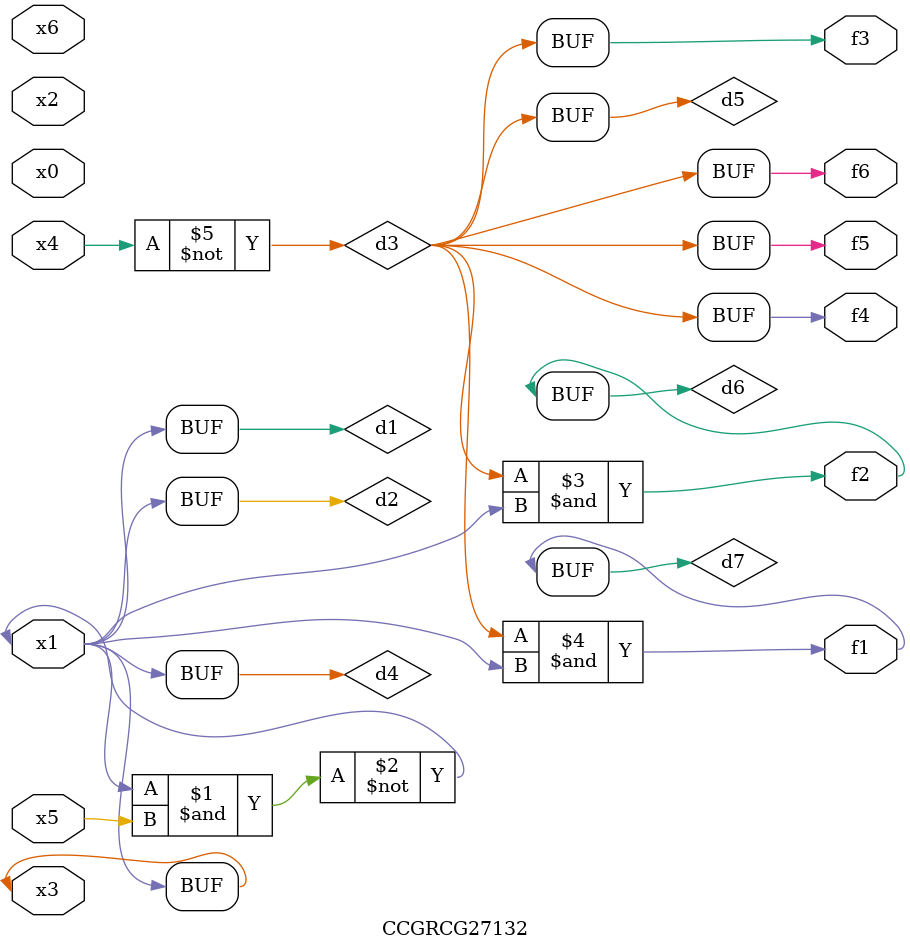
<source format=v>
module CCGRCG27132(
	input x0, x1, x2, x3, x4, x5, x6,
	output f1, f2, f3, f4, f5, f6
);

	wire d1, d2, d3, d4, d5, d6, d7;

	buf (d1, x1, x3);
	nand (d2, x1, x5);
	not (d3, x4);
	buf (d4, d1, d2);
	buf (d5, d3);
	and (d6, d3, d4);
	and (d7, d3, d4);
	assign f1 = d7;
	assign f2 = d6;
	assign f3 = d5;
	assign f4 = d5;
	assign f5 = d5;
	assign f6 = d5;
endmodule

</source>
